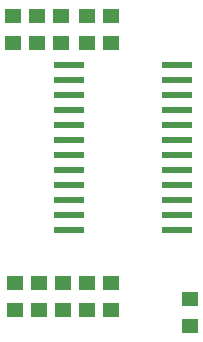
<source format=gtp>
%FSTAX24Y24*%
%MOIN*%
G70*
G01*
G75*
G04 Layer_Color=8421504*
%ADD10R,0.0550X0.0500*%
%ADD11R,0.1030X0.0240*%
%ADD12C,0.0150*%
%ADD13C,0.0500*%
%ADD14C,0.0400*%
%ADD15C,0.0300*%
%ADD16C,0.0071*%
%ADD17O,0.0850X0.0600*%
%ADD18R,0.0850X0.0600*%
%ADD19R,0.1360X0.1360*%
%ADD20C,0.1360*%
%ADD21C,0.0060*%
%ADD22C,0.0040*%
%ADD23C,0.0050*%
%ADD24C,0.0070*%
%ADD25C,0.0100*%
%ADD26C,0.0030*%
D10*
X034Y0254D02*
D03*
Y0245D02*
D03*
X03135Y03395D02*
D03*
Y03485D02*
D03*
X03055Y03395D02*
D03*
Y03485D02*
D03*
X0297Y03395D02*
D03*
Y03485D02*
D03*
X0289Y03395D02*
D03*
Y03485D02*
D03*
X0281Y03395D02*
D03*
Y03485D02*
D03*
X03135Y02595D02*
D03*
Y02505D02*
D03*
X03055Y02595D02*
D03*
Y02505D02*
D03*
X02975Y02595D02*
D03*
Y02505D02*
D03*
X02895Y02595D02*
D03*
Y02505D02*
D03*
X02815Y02595D02*
D03*
Y02505D02*
D03*
D11*
X03355Y0332D02*
D03*
Y0327D02*
D03*
Y0322D02*
D03*
Y0317D02*
D03*
Y0312D02*
D03*
Y0307D02*
D03*
Y0302D02*
D03*
Y0297D02*
D03*
Y0292D02*
D03*
Y0287D02*
D03*
Y0282D02*
D03*
Y0277D02*
D03*
X02995D02*
D03*
Y0282D02*
D03*
Y0287D02*
D03*
Y0292D02*
D03*
Y0297D02*
D03*
Y0302D02*
D03*
Y0307D02*
D03*
Y0312D02*
D03*
Y0317D02*
D03*
Y0322D02*
D03*
Y0327D02*
D03*
Y0332D02*
D03*
M02*

</source>
